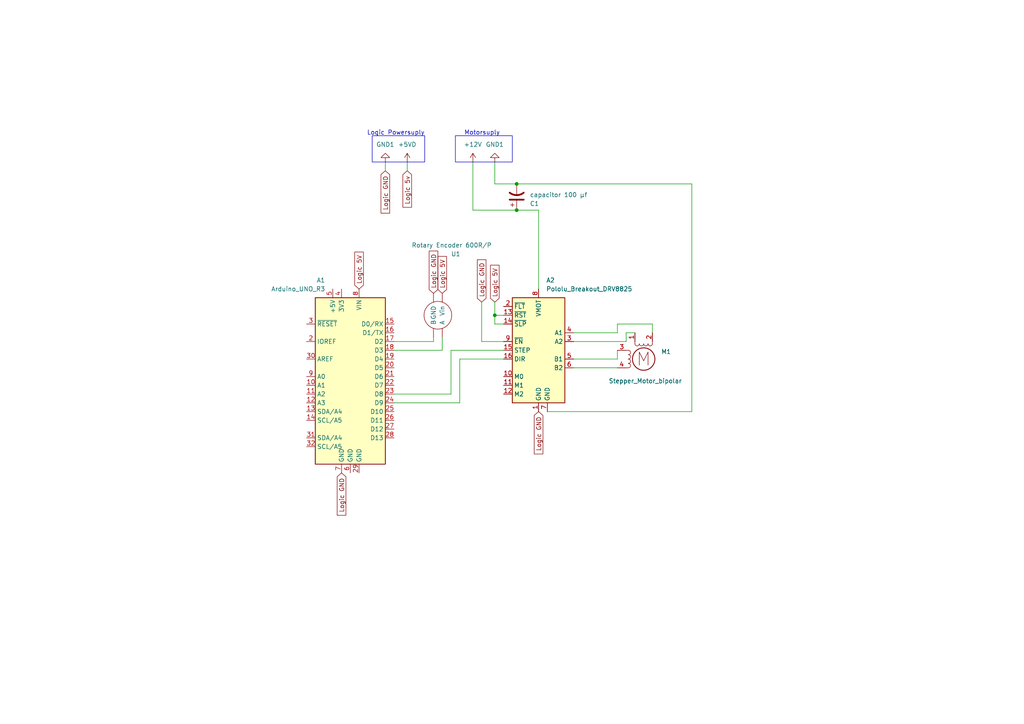
<source format=kicad_sch>
(kicad_sch (version 20230121) (generator eeschema)
  (paper "A4")
  (lib_symbols
    (symbol "Device:C_Polarized_US" (pin_numbers hide) (pin_names (offset 0.254) hide)
      (property "Reference" "C" (at 0.635 2.54 0))
      (property "Value" "C_Polarized_US" (at 0.635 -2.54 0))
      (symbol "C_Polarized_US_0_1"
        (polyline (pts (xy -2.032 0.762) (xy 2.032 0.762)) (stroke (width 0.508)))
        (polyline (pts (xy -1.778 2.286) (xy -0.762 2.286)))
        (polyline (pts (xy -1.27 1.778) (xy -1.27 2.794)))
        (arc (start 2.032 -1.27) (mid 0 -0.5572) (end -2.032 -1.27) (stroke (width 0.508)))
      )
      (symbol "C_Polarized_US_1_1"
        (pin passive line (at 0 3.81 270) (length 2.794) (name "~") (number "1"))
        (pin passive line (at 0 -3.81 90) (length 3.302) (name "~") (number "2"))
      )
    )
    (symbol "Driver_Motor:Pololu_Breakout_DRV8825"
      (property "Reference" "A" (at -2.54 16.51 0))
      (property "Value" "Pololu_Breakout_DRV8825" (at -2.54 13.97 0))
      (symbol "Pololu_Breakout_DRV8825_0_1"
        (rectangle (start 7.62 -17.78) (end -7.62 12.7) (stroke (width 0.254)) (fill (type background)))
      )
      (symbol "Pololu_Breakout_DRV8825_1_1"
        (pin power_in line (at 0 -20.32 90) (length 2.54) (name "GND") (number "1"))
        (pin input line (at -10.16 -10.16 0) (length 2.54) (name "M0") (number "10"))
        (pin input line (at -10.16 -12.7 0) (length 2.54) (name "M1") (number "11"))
        (pin input line (at -10.16 -15.24 0) (length 2.54) (name "M2") (number "12"))
        (pin input line (at -10.16 7.62 0) (length 2.54) (name "~{RST}") (number "13"))
        (pin input line (at -10.16 5.08 0) (length 2.54) (name "~{SLP}") (number "14"))
        (pin input line (at -10.16 -2.54 0) (length 2.54) (name "STEP") (number "15"))
        (pin input line (at -10.16 -5.08 0) (length 2.54) (name "DIR") (number "16"))
        (pin output line (at -10.16 10.16 0) (length 2.54) (name "~{FLT}") (number "2"))
        (pin output line (at 10.16 0 180) (length 2.54) (name "A2") (number "3"))
        (pin output line (at 10.16 2.54 180) (length 2.54) (name "A1") (number "4"))
        (pin output line (at 10.16 -5.08 180) (length 2.54) (name "B1") (number "5"))
        (pin output line (at 10.16 -7.62 180) (length 2.54) (name "B2") (number "6"))
        (pin power_in line (at 2.54 -20.32 90) (length 2.54) (name "GND") (number "7"))
        (pin power_in line (at 0 15.24 270) (length 2.54) (name "VMOT") (number "8"))
        (pin input line (at -10.16 0 0) (length 2.54) (name "~{EN}") (number "9"))
      )
    )
    (symbol "MCU_Module:Arduino_UNO_R3"
      (property "Reference" "A" (at -10.16 23.495 0))
      (property "Value" "Arduino_UNO_R3" (at 5.08 -26.67 0))
      (symbol "Arduino_UNO_R3_0_1"
        (rectangle (start -10.16 22.86) (end 10.16 -25.4) (stroke (width 0.254)) (fill (type background)))
      )
      (symbol "Arduino_UNO_R3_1_1"
        (pin no_connect line (at -10.16 -20.32 0) (length 2.54) hide (name "NC") (number "1"))
        (pin bidirectional line (at 12.7 -2.54 180) (length 2.54) (name "A1") (number "10"))
        (pin bidirectional line (at 12.7 -5.08 180) (length 2.54) (name "A2") (number "11"))
        (pin bidirectional line (at 12.7 -7.62 180) (length 2.54) (name "A3") (number "12"))
        (pin bidirectional line (at 12.7 -10.16 180) (length 2.54) (name "SDA/A4") (number "13"))
        (pin bidirectional line (at 12.7 -12.7 180) (length 2.54) (name "SCL/A5") (number "14"))
        (pin bidirectional line (at -12.7 15.24 0) (length 2.54) (name "D0/RX") (number "15"))
        (pin bidirectional line (at -12.7 12.7 0) (length 2.54) (name "D1/TX") (number "16"))
        (pin bidirectional line (at -12.7 10.16 0) (length 2.54) (name "D2") (number "17"))
        (pin bidirectional line (at -12.7 7.62 0) (length 2.54) (name "D3") (number "18"))
        (pin bidirectional line (at -12.7 5.08 0) (length 2.54) (name "D4") (number "19"))
        (pin output line (at 12.7 10.16 180) (length 2.54) (name "IOREF") (number "2"))
        (pin bidirectional line (at -12.7 2.54 0) (length 2.54) (name "D5") (number "20"))
        (pin bidirectional line (at -12.7 0 0) (length 2.54) (name "D6") (number "21"))
        (pin bidirectional line (at -12.7 -2.54 0) (length 2.54) (name "D7") (number "22"))
        (pin bidirectional line (at -12.7 -5.08 0) (length 2.54) (name "D8") (number "23"))
        (pin bidirectional line (at -12.7 -7.62 0) (length 2.54) (name "D9") (number "24"))
        (pin bidirectional line (at -12.7 -10.16 0) (length 2.54) (name "D10") (number "25"))
        (pin bidirectional line (at -12.7 -12.7 0) (length 2.54) (name "D11") (number "26"))
        (pin bidirectional line (at -12.7 -15.24 0) (length 2.54) (name "D12") (number "27"))
        (pin bidirectional line (at -12.7 -17.78 0) (length 2.54) (name "D13") (number "28"))
        (pin power_in line (at -2.54 -27.94 90) (length 2.54) (name "GND") (number "29"))
        (pin input line (at 12.7 15.24 180) (length 2.54) (name "~{RESET}") (number "3"))
        (pin input line (at 12.7 5.08 180) (length 2.54) (name "AREF") (number "30"))
        (pin bidirectional line (at 12.7 -17.78 180) (length 2.54) (name "SDA/A4") (number "31"))
        (pin bidirectional line (at 12.7 -20.32 180) (length 2.54) (name "SCL/A5") (number "32"))
        (pin power_out line (at 2.54 25.4 270) (length 2.54) (name "3V3") (number "4"))
        (pin power_out line (at 5.08 25.4 270) (length 2.54) (name "+5V") (number "5"))
        (pin power_in line (at 0 -27.94 90) (length 2.54) (name "GND") (number "6"))
        (pin power_in line (at 2.54 -27.94 90) (length 2.54) (name "GND") (number "7"))
        (pin power_in line (at -2.54 25.4 270) (length 2.54) (name "VIN") (number "8"))
        (pin bidirectional line (at 12.7 0 180) (length 2.54) (name "A0") (number "9"))
      )
    )
    (symbol "Motor:Stepper_Motor_bipolar" (pin_names (offset 0) hide)
      (property "Reference" "M" (at 3.81 2.54 0))
      (property "Value" "Stepper_Motor_bipolar" (at 3.81 1.27 0))
      (symbol "Stepper_Motor_bipolar_0_0"
        (polyline (pts (xy -1.27 -1.778) (xy -1.27 2.032) (xy 0 -0.508) (xy 1.27 2.032) (xy 1.27 -1.778)))
      )
      (symbol "Stepper_Motor_bipolar_0_1"
        (arc (start -4.445 -2.54) (mid -3.8127 -1.905) (end -4.445 -1.27))
        (arc (start -4.445 -1.27) (mid -3.8127 -0.635) (end -4.445 0))
        (arc (start -4.445 0) (mid -3.8127 0.635) (end -4.445 1.27))
        (arc (start -4.445 1.27) (mid -3.8127 1.905) (end -4.445 2.54))
        (arc (start -2.54 4.445) (mid -1.905 3.8127) (end -1.27 4.445))
        (arc (start -1.27 4.445) (mid -0.635 3.8127) (end 0 4.445))
        (polyline (pts (xy -5.08 -2.54) (xy -4.445 -2.54)))
        (polyline (pts (xy -5.08 2.54) (xy -4.445 2.54)))
        (polyline (pts (xy -2.54 5.08) (xy -2.54 4.445)))
        (polyline (pts (xy 2.54 5.08) (xy 2.54 4.445)))
        (circle (center 0 0) (radius 3.2512) (stroke (width 0.254)))
        (arc (start 0 4.445) (mid 0.635 3.8127) (end 1.27 4.445))
        (arc (start 1.27 4.445) (mid 1.905 3.8127) (end 2.54 4.445))
      )
      (symbol "Stepper_Motor_bipolar_1_1"
        (pin passive line (at -2.54 7.62 270) (length 2.54) (name "~") (number "1"))
        (pin passive line (at 2.54 7.62 270) (length 2.54) (name "-") (number "2"))
        (pin passive line (at -7.62 2.54 0) (length 2.54) (name "~") (number "3"))
        (pin passive line (at -7.62 -2.54 0) (length 2.54) (name "~") (number "4"))
      )
    )
    (symbol "New_Library_0:Rotory_ENcoder" (pin_names (offset 1.016))
      (property "Reference" "U" (at 12.7 -24.13 0))
      (property "Value" "Rotary Encoder 600R/P" (at 5.08 16.51 0))
      (symbol "Rotory_ENcoder_0_1"
        (circle (center -3.81 10.16) (radius 4.0161))
      )
      (symbol "Rotory_ENcoder_1_1"
        (pin output line (at -10.16 11.43 0) (length 2.54) (name "A") (number ""))
        (pin output line (at -10.16 8.89 0) (length 2.54) (name "B") (number ""))
        (pin input line (at 2.54 8.89 180) (length 2.54) (name "GND") (number ""))
        (pin input line (at 2.54 11.43 180) (length 2.54) (name "Vin") (number ""))
      )
    )
    (symbol "power:+12V" (power) (pin_names (offset 0))
      (property "Value" "+12V" (at 0 3.556 0))
      (symbol "+12V_0_1"
        (polyline (pts (xy -0.762 1.27) (xy 0 2.54)))
        (polyline (pts (xy 0 0) (xy 0 2.54)))
        (polyline (pts (xy 0 2.54) (xy 0.762 1.27)))
      )
      (symbol "+12V_1_1"
        (pin power_in line (at 0 0 90) (length 0) hide (name "+12V") (number "1"))
      )
    )
    (symbol "power:+5VD" (power) (pin_names (offset 0))
      (property "Value" "+5VD" (at 0 3.556 0))
      (symbol "+5VD_0_1"
        (polyline (pts (xy -0.762 1.27) (xy 0 2.54)))
        (polyline (pts (xy 0 0) (xy 0 2.54)))
        (polyline (pts (xy 0 2.54) (xy 0.762 1.27)))
      )
      (symbol "+5VD_1_1"
        (pin power_in line (at 0 0 90) (length 0) hide (name "+5VD") (number "1"))
      )
    )
    (symbol "power:GND1" (power) (pin_names (offset 0))
      (property "Value" "GND1" (at 0 -3.81 0))
      (symbol "GND1_0_1"
        (polyline (pts (xy 0 0) (xy 0 -1.27) (xy 1.27 -1.27) (xy 0 -2.54) (xy -1.27 -1.27) (xy 0 -1.27)))
      )
      (symbol "GND1_1_1"
        (pin power_in line (at 0 0 270) (length 0) hide (name "GND1") (number "1"))
      )
    )
  )
  (junction (at 149.86 60.96))
  (junction (at 149.86 53.34))
  (junction (at 143.51 91.44))
  (wire (pts (xy 158.75 119.38) (xy 200.66 119.38)))
  (wire (pts (xy 146.05 99.06) (xy 139.7 99.06)))
  (wire (pts (xy 111.76 49.53) (xy 111.76 46.99)))
  (wire (pts (xy 156.21 60.96) (xy 156.21 83.82)))
  (wire (pts (xy 143.51 91.44) (xy 143.51 93.98)))
  (wire (pts (xy 166.37 106.68) (xy 179.07 106.68)))
  (wire (pts (xy 143.51 46.99) (xy 143.51 53.34)))
  (wire (pts (xy 181.61 96.52) (xy 181.61 99.06)))
  (wire (pts (xy 118.11 49.53) (xy 118.11 46.99)))
  (wire (pts (xy 181.61 99.06) (xy 166.37 99.06)))
  (wire (pts (xy 114.3 114.3) (xy 130.81 114.3)))
  (wire (pts (xy 179.07 96.52) (xy 179.07 93.98)))
  (wire (pts (xy 179.07 104.14) (xy 179.07 101.6)))
  (wire (pts (xy 128.27 101.6) (xy 114.3 101.6)))
  (wire (pts (xy 128.27 97.79) (xy 128.27 101.6)))
  (wire (pts (xy 166.37 96.52) (xy 179.07 96.52)))
  (wire (pts (xy 133.35 104.14) (xy 133.35 116.84)))
  (wire (pts (xy 143.51 91.44) (xy 146.05 91.44)))
  (wire (pts (xy 137.16 60.96) (xy 149.86 60.96)))
  (wire (pts (xy 189.23 93.98) (xy 189.23 96.52)))
  (wire (pts (xy 143.51 87.63) (xy 143.51 91.44)))
  (wire (pts (xy 179.07 93.98) (xy 189.23 93.98)))
  (wire (pts (xy 130.81 101.6) (xy 130.81 114.3)))
  (wire (pts (xy 184.15 96.52) (xy 181.61 96.52)))
  (wire (pts (xy 133.35 116.84) (xy 114.3 116.84)))
  (wire (pts (xy 137.16 46.99) (xy 137.16 60.96)))
  (wire (pts (xy 125.73 97.79) (xy 125.73 99.06)))
  (wire (pts (xy 146.05 101.6) (xy 130.81 101.6)))
  (wire (pts (xy 133.35 104.14) (xy 146.05 104.14)))
  (wire (pts (xy 125.73 99.06) (xy 114.3 99.06)))
  (wire (pts (xy 143.51 53.34) (xy 149.86 53.34)))
  (wire (pts (xy 146.05 93.98) (xy 143.51 93.98)))
  (wire (pts (xy 200.66 119.38) (xy 200.66 53.34)))
  (wire (pts (xy 200.66 53.34) (xy 149.86 53.34)))
  (wire (pts (xy 139.7 87.63) (xy 139.7 99.06)))
  (wire (pts (xy 149.86 60.96) (xy 156.21 60.96)))
  (wire (pts (xy 179.07 104.14) (xy 166.37 104.14)))
  (rectangle (start 132.08 39.37) (end 148.59 46.99))
  (rectangle (start 107.95 39.37) (end 123.19 46.99))
  (text "Logic Powersuply\n" (at 123.19 39.37 0) (effects (font (size 1.27 1.27)) (justify right bottom)))
  (text "Motorsuply\n" (at 134.62 39.37 0) (effects (font (size 1.27 1.27)) (justify left bottom)))
  (global_label "Logic 5V" (shape input) (at 143.51 87.63 90) (property "Intersheetrefs" "${INTERSHEET_REFS}" (effects hide)))
  (global_label "Logic GND" (shape input) (at 99.06 137.16 270) (property "Intersheetrefs" "${INTERSHEET_REFS}" (effects hide)))
  (global_label "Logic 5v" (shape input) (at 118.11 49.53 270) (property "Intersheetrefs" "${INTERSHEET_REFS}" (effects hide)))
  (global_label "Logic 5V" (shape input) (at 128.27 85.09 90) (property "Intersheetrefs" "${INTERSHEET_REFS}" (effects hide)))
  (global_label "Logic 5V" (shape input) (at 104.14 83.82 90) (property "Intersheetrefs" "${INTERSHEET_REFS}" (effects hide)))
  (global_label "Logic GND" (shape input) (at 156.21 119.38 270) (property "Intersheetrefs" "${INTERSHEET_REFS}" (effects hide)))
  (global_label "Logic GND" (shape input) (at 111.76 49.53 270) (property "Intersheetrefs" "${INTERSHEET_REFS}" (effects hide)))
  (global_label "Logic GND" (shape input) (at 139.7 87.63 90) (property "Intersheetrefs" "${INTERSHEET_REFS}" (effects hide)))
  (global_label "Logic GND" (shape input) (at 125.73 85.09 90) (property "Intersheetrefs" "${INTERSHEET_REFS}" (effects hide)))
  (symbol (lib_id "MCU_Module:Arduino_UNO_R3") (at 101.6 109.22 0) (mirror y) (unit 1)
    (property "Reference" "A1" (at 94.3259 81.28 0) (effects (justify left)))
    (property "Value" "Arduino_UNO_R3" (at 94.3259 83.82 0) (effects (justify left)))
    (property "Footprint" "Module:Arduino_UNO_R3" (effects hide))
    (property "Datasheet" "https://www.arduino.cc/en/Main/arduinoBoardUno" (effects hide))
  )
  (symbol (lib_id "power:GND1") (at 143.51 46.99 0) (mirror x) (unit 1)
    (property "Reference" "#PWR04" (effects hide))
    (property "Value" "GND1" (at 143.51 41.91 0))
  )
  (symbol (lib_id "Driver_Motor:Pololu_Breakout_DRV8825") (at 156.21 99.06 0) (unit 1)
    (property "Reference" "A2" (at 158.4041 81.28 0) (effects (justify left)))
    (property "Value" "Pololu_Breakout_DRV8825" (at 158.4041 83.82 0) (effects (justify left)))
    (property "Footprint" "Module:Pololu_Breakout-16_15.2x20.3mm" (effects hide))
    (property "Datasheet" "https://www.pololu.com/product/2982" (effects hide))
  )
  (symbol (lib_id "Motor:Stepper_Motor_bipolar") (at 186.69 104.14 0) (unit 1)
    (property "Reference" "M1" (at 191.77 102.0191 0) (effects (justify left)))
    (property "Value" "Stepper_Motor_bipolar" (at 176.53 110.49 0) (effects (justify left)))
    (property "Datasheet" "http://www.infineon.com/dgdl/Application-Note-TLE8110EE_driving_UniPolarStepperMotor_V1.1.pdf?fileId=db3a30431be39b97011be5d0aa0a00b0" (effects hide))
  )
  (symbol (lib_id "power:+5VD") (at 118.11 46.99 0) (unit 1)
    (property "Reference" "#PWR01" (effects hide))
    (property "Value" "+5VD" (at 118.11 41.91 0))
  )
  (symbol (lib_id "power:+12V") (at 137.16 46.99 0) (unit 1)
    (property "Reference" "#PWR02" (effects hide))
    (property "Value" "+12V" (at 137.16 41.91 0))
  )
  (symbol (lib_id "New_Library_0:Rotory_ENcoder") (at 116.84 87.63 270) (mirror x) (unit 1)
    (property "Reference" "U1" (at 130.81 73.66 90) (effects (justify left)))
    (property "Value" "Rotary Encoder 600R/P" (at 119.38 71.12 90) (effects (justify left)))
  )
  (symbol (lib_id "Device:C_Polarized_US") (at 149.86 57.15 0) (mirror x) (unit 1)
    (property "Reference" "C1" (at 153.67 59.055 0) (effects (justify left)))
    (property "Value" "capacitor 100 μf" (at 153.67 56.515 0) (effects (justify left)))
  )
  (symbol (lib_id "power:GND1") (at 111.76 46.99 0) (mirror x) (unit 1)
    (property "Reference" "#PWR03" (effects hide))
    (property "Value" "GND1" (at 111.76 41.91 0))
  )
)
</source>
